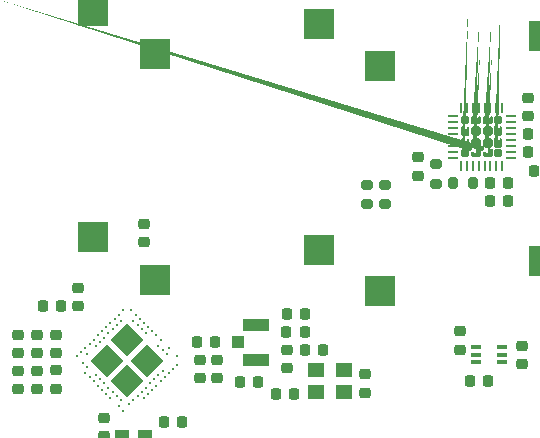
<source format=gbp>
%TF.GenerationSoftware,KiCad,Pcbnew,7.99.0-1450-gc37332bdb3*%
%TF.CreationDate,2023-08-19T19:03:46+01:00*%
%TF.ProjectId,benboard,62656e62-6f61-4726-942e-6b696361645f,rev?*%
%TF.SameCoordinates,Original*%
%TF.FileFunction,Paste,Bot*%
%TF.FilePolarity,Positive*%
%FSLAX46Y46*%
G04 Gerber Fmt 4.6, Leading zero omitted, Abs format (unit mm)*
G04 Created by KiCad (PCBNEW 7.99.0-1450-gc37332bdb3) date 2023-08-19 19:03:46*
%MOMM*%
%LPD*%
G01*
G04 APERTURE LIST*
G04 Aperture macros list*
%AMRoundRect*
0 Rectangle with rounded corners*
0 $1 Rounding radius*
0 $2 $3 $4 $5 $6 $7 $8 $9 X,Y pos of 4 corners*
0 Add a 4 corners polygon primitive as box body*
4,1,4,$2,$3,$4,$5,$6,$7,$8,$9,$2,$3,0*
0 Add four circle primitives for the rounded corners*
1,1,$1+$1,$2,$3*
1,1,$1+$1,$4,$5*
1,1,$1+$1,$6,$7*
1,1,$1+$1,$8,$9*
0 Add four rect primitives between the rounded corners*
20,1,$1+$1,$2,$3,$4,$5,0*
20,1,$1+$1,$4,$5,$6,$7,0*
20,1,$1+$1,$6,$7,$8,$9,0*
20,1,$1+$1,$8,$9,$2,$3,0*%
%AMRotRect*
0 Rectangle, with rotation*
0 The origin of the aperture is its center*
0 $1 length*
0 $2 width*
0 $3 Rotation angle, in degrees counterclockwise*
0 Add horizontal line*
21,1,$1,$2,0,0,$3*%
%AMFreePoly0*
4,1,48,0.243846,0.320419,0.247801,0.321117,0.251278,0.319109,0.263019,0.317039,0.281006,0.301945,0.301344,0.290204,0.304133,0.282540,0.310381,0.277298,0.314458,0.254171,0.322490,0.232106,0.322490,-0.157228,0.321515,-0.162753,0.322146,-0.165106,0.320465,-0.168710,0.317039,-0.188141,0.304356,-0.203256,0.296017,-0.221139,0.221139,-0.296017,0.216543,-0.299234,0.215326,-0.301344,
0.211587,-0.302704,0.195426,-0.314021,0.175771,-0.315740,0.157228,-0.322490,-0.232106,-0.322490,-0.243846,-0.320419,-0.247801,-0.321117,-0.251278,-0.319109,-0.263019,-0.317039,-0.281006,-0.301945,-0.301344,-0.290204,-0.304133,-0.282540,-0.310381,-0.277298,-0.314458,-0.254171,-0.322490,-0.232106,-0.322490,0.232106,-0.320419,0.243846,-0.321117,0.247801,-0.319109,0.251278,-0.317039,0.263019,
-0.301945,0.281006,-0.290204,0.301344,-0.282540,0.304133,-0.277298,0.310381,-0.254171,0.314458,-0.232106,0.322490,0.232106,0.322490,0.243846,0.320419,0.243846,0.320419,$1*%
%AMFreePoly1*
4,1,51,0.186967,0.402286,0.188965,0.402822,0.192026,0.401394,0.208508,0.398488,0.221329,0.387729,0.236504,0.380653,0.300030,0.317127,0.302759,0.313228,0.304550,0.312195,0.305704,0.309022,0.315305,0.295312,0.316763,0.278637,0.322490,0.262904,0.322490,-0.262904,0.321663,-0.267592,0.322198,-0.269588,0.320772,-0.272645,0.317865,-0.289131,0.307105,-0.301953,0.300030,-0.317127,
0.236504,-0.380653,0.232605,-0.383382,0.231572,-0.385173,0.228399,-0.386327,0.214688,-0.395928,0.198014,-0.397386,0.182281,-0.403113,-0.245807,-0.403113,-0.255768,-0.401356,-0.259123,-0.401948,-0.262073,-0.400244,-0.272034,-0.398488,-0.287292,-0.385684,-0.304550,-0.375721,-0.306917,-0.369217,-0.312216,-0.364771,-0.315675,-0.345154,-0.322490,-0.326430,-0.322490,0.326430,-0.320733,0.336391,
-0.321325,0.339746,-0.319621,0.342696,-0.317865,0.352657,-0.305061,0.367915,-0.295098,0.385173,-0.288594,0.387540,-0.284148,0.392839,-0.264531,0.396298,-0.245807,0.403113,0.182281,0.403113,0.186967,0.402286,0.186967,0.402286,$1*%
%AMFreePoly2*
4,1,48,0.162752,0.321515,0.165105,0.322146,0.168708,0.320465,0.188141,0.317039,0.203256,0.304355,0.221139,0.296017,0.296017,0.221139,0.299234,0.216543,0.301344,0.215326,0.302704,0.211587,0.314021,0.195426,0.315740,0.175771,0.322490,0.157228,0.322490,-0.232106,0.320419,-0.243846,0.321117,-0.247801,0.319109,-0.251278,0.317039,-0.263019,0.301945,-0.281006,0.290204,-0.301344,
0.282540,-0.304133,0.277298,-0.310381,0.254171,-0.314458,0.232106,-0.322490,-0.232106,-0.322490,-0.243846,-0.320419,-0.247801,-0.321117,-0.251278,-0.319109,-0.263019,-0.317039,-0.281006,-0.301945,-0.301344,-0.290204,-0.304133,-0.282540,-0.310381,-0.277298,-0.314458,-0.254171,-0.322490,-0.232106,-0.322490,0.232106,-0.320419,0.243846,-0.321117,0.247801,-0.319109,0.251278,-0.317039,0.263019,
-0.301945,0.281006,-0.290204,0.301344,-0.282540,0.304133,-0.277298,0.310381,-0.254171,0.314458,-0.232106,0.322490,0.157228,0.322490,0.162752,0.321515,0.162752,0.321515,$1*%
%AMFreePoly3*
4,1,51,0.336391,0.320733,0.339746,0.321325,0.342696,0.319621,0.352657,0.317865,0.367915,0.305061,0.385173,0.295098,0.387540,0.288594,0.392839,0.284148,0.396298,0.264531,0.403113,0.245807,0.403113,-0.182281,0.402286,-0.186969,0.402821,-0.188965,0.401395,-0.192022,0.398488,-0.208508,0.387728,-0.221330,0.380653,-0.236504,0.317127,-0.300030,0.313228,-0.302759,0.312195,-0.304550,
0.309022,-0.305704,0.295311,-0.315305,0.278637,-0.316763,0.262904,-0.322490,-0.262904,-0.322490,-0.267592,-0.321663,-0.269588,-0.322198,-0.272645,-0.320772,-0.289131,-0.317865,-0.301953,-0.307105,-0.317127,-0.300030,-0.380653,-0.236504,-0.383382,-0.232605,-0.385173,-0.231572,-0.386327,-0.228399,-0.395928,-0.214688,-0.397386,-0.198014,-0.403113,-0.182281,-0.403113,0.245807,-0.401356,0.255768,
-0.401948,0.259123,-0.400244,0.262073,-0.398488,0.272034,-0.385684,0.287292,-0.375721,0.304550,-0.369217,0.306917,-0.364771,0.312216,-0.345154,0.315675,-0.326430,0.322490,0.326430,0.322490,0.336391,0.320733,0.336391,0.320733,$1*%
%AMFreePoly4*
4,1,51,0.267590,0.321663,0.269588,0.322199,0.272649,0.320771,0.289131,0.317865,0.301952,0.307106,0.317127,0.300030,0.380653,0.236504,0.383382,0.232605,0.385173,0.231572,0.386327,0.228399,0.395928,0.214689,0.397386,0.198014,0.403113,0.182281,0.403113,-0.245807,0.401356,-0.255768,0.401948,-0.259123,0.400244,-0.262073,0.398488,-0.272034,0.385684,-0.287292,0.375721,-0.304550,
0.369217,-0.306917,0.364771,-0.312216,0.345154,-0.315675,0.326430,-0.322490,-0.326430,-0.322490,-0.336391,-0.320733,-0.339746,-0.321325,-0.342696,-0.319621,-0.352657,-0.317865,-0.367915,-0.305061,-0.385173,-0.295098,-0.387540,-0.288594,-0.392839,-0.284148,-0.396298,-0.264531,-0.403113,-0.245807,-0.403113,0.182281,-0.402286,0.186967,-0.402822,0.188965,-0.401394,0.192026,-0.398488,0.208508,
-0.387729,0.221329,-0.380653,0.236504,-0.317127,0.300030,-0.313228,0.302759,-0.312195,0.304550,-0.309022,0.305704,-0.295312,0.315305,-0.278637,0.316763,-0.262904,0.322490,0.262904,0.322490,0.267590,0.321663,0.267590,0.321663,$1*%
%AMFreePoly5*
4,1,48,0.243846,0.320419,0.247801,0.321117,0.251278,0.319109,0.263019,0.317039,0.281006,0.301945,0.301344,0.290204,0.304133,0.282540,0.310381,0.277298,0.314458,0.254171,0.322490,0.232106,0.322490,-0.232106,0.320419,-0.243846,0.321117,-0.247801,0.319109,-0.251278,0.317039,-0.263019,0.301945,-0.281006,0.290204,-0.301344,0.282540,-0.304133,0.277298,-0.310381,0.254171,-0.314458,
0.232106,-0.322490,-0.157228,-0.322490,-0.162753,-0.321515,-0.165106,-0.322146,-0.168710,-0.320465,-0.188141,-0.317039,-0.203256,-0.304356,-0.221139,-0.296017,-0.296017,-0.221139,-0.299234,-0.216543,-0.301344,-0.215326,-0.302704,-0.211587,-0.314021,-0.195426,-0.315740,-0.175771,-0.322490,-0.157228,-0.322490,0.232106,-0.320419,0.243846,-0.321117,0.247801,-0.319109,0.251278,-0.317039,0.263019,
-0.301945,0.281006,-0.290204,0.301344,-0.282540,0.304133,-0.277298,0.310381,-0.254171,0.314458,-0.232106,0.322490,0.232106,0.322490,0.243846,0.320419,0.243846,0.320419,$1*%
%AMFreePoly6*
4,1,51,0.255768,0.401356,0.259123,0.401948,0.262073,0.400244,0.272034,0.398488,0.287292,0.385684,0.304550,0.375721,0.306917,0.369217,0.312216,0.364771,0.315675,0.345154,0.322490,0.326430,0.322490,-0.326430,0.320733,-0.336391,0.321325,-0.339746,0.319621,-0.342696,0.317865,-0.352657,0.305061,-0.367915,0.295098,-0.385173,0.288594,-0.387540,0.284148,-0.392839,0.264531,-0.396298,
0.245807,-0.403113,-0.182281,-0.403113,-0.186969,-0.402286,-0.188965,-0.402821,-0.192022,-0.401395,-0.208508,-0.398488,-0.221330,-0.387728,-0.236504,-0.380653,-0.300030,-0.317127,-0.302759,-0.313228,-0.304550,-0.312195,-0.305704,-0.309022,-0.315305,-0.295311,-0.316763,-0.278637,-0.322490,-0.262904,-0.322490,0.262904,-0.321663,0.267590,-0.322199,0.269588,-0.320771,0.272649,-0.317865,0.289131,
-0.307106,0.301952,-0.300030,0.317127,-0.236504,0.380653,-0.232605,0.383382,-0.231572,0.385173,-0.228399,0.386327,-0.214689,0.395928,-0.198014,0.397386,-0.182281,0.403113,0.245807,0.403113,0.255768,0.401356,0.255768,0.401356,$1*%
%AMFreePoly7*
4,1,48,0.243846,0.320419,0.247801,0.321117,0.251278,0.319109,0.263019,0.317039,0.281006,0.301945,0.301344,0.290204,0.304133,0.282540,0.310381,0.277298,0.314458,0.254171,0.322490,0.232106,0.322490,-0.232106,0.320419,-0.243846,0.321117,-0.247801,0.319109,-0.251278,0.317039,-0.263019,0.301945,-0.281006,0.290204,-0.301344,0.282540,-0.304133,0.277298,-0.310381,0.254171,-0.314458,
0.232106,-0.322490,-0.232106,-0.322490,-0.243846,-0.320419,-0.247801,-0.321117,-0.251278,-0.319109,-0.263019,-0.317039,-0.281006,-0.301945,-0.301344,-0.290204,-0.304133,-0.282540,-0.310381,-0.277298,-0.314458,-0.254171,-0.322490,-0.232106,-0.322490,0.157228,-0.321515,0.162752,-0.322146,0.165105,-0.320465,0.168708,-0.317039,0.188141,-0.304355,0.203256,-0.296017,0.221139,-0.221139,0.296017,
-0.216543,0.299234,-0.215326,0.301344,-0.211587,0.302704,-0.195426,0.314021,-0.175771,0.315740,-0.157228,0.322490,0.232106,0.322490,0.243846,0.320419,0.243846,0.320419,$1*%
G04 Aperture macros list end*
%ADD10R,2.550000X2.500000*%
%ADD11RotRect,2.550000X2.500000X164.000000*%
%ADD12RotRect,2.550000X2.500000X172.000000*%
%ADD13RoundRect,0.225000X-0.250000X0.225000X-0.250000X-0.225000X0.250000X-0.225000X0.250000X0.225000X0*%
%ADD14RoundRect,0.225000X-0.225000X-0.250000X0.225000X-0.250000X0.225000X0.250000X-0.225000X0.250000X0*%
%ADD15RoundRect,0.225000X0.225000X0.250000X-0.225000X0.250000X-0.225000X-0.250000X0.225000X-0.250000X0*%
%ADD16RoundRect,0.225000X0.250000X-0.225000X0.250000X0.225000X-0.250000X0.225000X-0.250000X-0.225000X0*%
%ADD17RotRect,0.280000X1.250000X335.013000*%
%ADD18RotRect,1.800000X2.000000X335.013000*%
%ADD19RoundRect,0.218750X0.218750X0.256250X-0.218750X0.256250X-0.218750X-0.256250X0.218750X-0.256250X0*%
%ADD20R,0.900000X0.400000*%
%ADD21RoundRect,0.200000X0.275000X-0.200000X0.275000X0.200000X-0.275000X0.200000X-0.275000X-0.200000X0*%
%ADD22RoundRect,0.218750X-0.256250X0.218750X-0.256250X-0.218750X0.256250X-0.218750X0.256250X0.218750X0*%
%ADD23R,0.600000X1.240000*%
%ADD24R,0.300000X1.240000*%
%ADD25R,1.200000X1.400000*%
%ADD26R,0.700000X1.000000*%
%ADD27R,0.700000X0.600000*%
%ADD28R,1.400000X1.200000*%
%ADD29R,1.050000X1.000000*%
%ADD30R,2.200000X1.050000*%
%ADD31RoundRect,0.218750X-0.218750X-0.256250X0.218750X-0.256250X0.218750X0.256250X-0.218750X0.256250X0*%
%ADD32FreePoly0,180.000000*%
%ADD33FreePoly1,180.000000*%
%ADD34FreePoly2,180.000000*%
%ADD35FreePoly3,180.000000*%
%ADD36RoundRect,0.201557X0.201556X0.201556X-0.201556X0.201556X-0.201556X-0.201556X0.201556X-0.201556X0*%
%ADD37FreePoly4,180.000000*%
%ADD38FreePoly5,180.000000*%
%ADD39FreePoly6,180.000000*%
%ADD40FreePoly7,180.000000*%
%ADD41RoundRect,0.062500X0.337500X0.062500X-0.337500X0.062500X-0.337500X-0.062500X0.337500X-0.062500X0*%
%ADD42RoundRect,0.062500X0.062500X0.337500X-0.062500X0.337500X-0.062500X-0.337500X0.062500X-0.337500X0*%
%ADD43RoundRect,0.200000X-0.275000X0.200000X-0.275000X-0.200000X0.275000X-0.200000X0.275000X0.200000X0*%
%ADD44RotRect,2.000000X2.000000X225.000000*%
%ADD45C,0.250000*%
%ADD46RoundRect,0.200000X0.200000X0.275000X-0.200000X0.275000X-0.200000X-0.275000X0.200000X-0.275000X0*%
G04 APERTURE END LIST*
D10*
%TO.C,SW16*%
X161831483Y-60044220D03*
X175681483Y-57504220D03*
%TD*%
%TO.C,SW6*%
X85510000Y-101680000D03*
X99360000Y-99140000D03*
%TD*%
%TO.C,SW8*%
X104628494Y-79264805D03*
X118478494Y-76724805D03*
%TD*%
%TO.C,SW5*%
X85509895Y-82621207D03*
X99359895Y-80081207D03*
%TD*%
%TO.C,SW18*%
X161826830Y-98194347D03*
X175676830Y-95654347D03*
%TD*%
%TO.C,SW10*%
X123699237Y-57970911D03*
X137549237Y-55430911D03*
%TD*%
%TO.C,SW4*%
X85514653Y-63529873D03*
X99364653Y-60989873D03*
%TD*%
%TO.C,SW14*%
X142767663Y-78180569D03*
X156617663Y-75640569D03*
%TD*%
%TO.C,SW9*%
X104628599Y-98323598D03*
X118478599Y-95783598D03*
%TD*%
%TO.C,SW7*%
X104633252Y-60173471D03*
X118483252Y-57633471D03*
%TD*%
%TO.C,SW11*%
X123700000Y-77062245D03*
X137550000Y-74522245D03*
%TD*%
%TO.C,SW19*%
X142745000Y-118480000D03*
X156595000Y-115940000D03*
%TD*%
%TO.C,SW2*%
X66475000Y-87080000D03*
X80325000Y-84540000D03*
%TD*%
%TO.C,SW15*%
X142767731Y-97231836D03*
X156617731Y-94691836D03*
%TD*%
D11*
%TO.C,SW21*%
X182553425Y-122349449D03*
X196567019Y-123725422D03*
%TD*%
D10*
%TO.C,SW1*%
X66465000Y-67940000D03*
X80315000Y-65400000D03*
%TD*%
D12*
%TO.C,SW20*%
X162864214Y-118955163D03*
X176932927Y-118367430D03*
%TD*%
D10*
%TO.C,SW3*%
X66430000Y-106140000D03*
X80280000Y-103600000D03*
%TD*%
%TO.C,SW12*%
X123694584Y-96121038D03*
X137544584Y-93581038D03*
%TD*%
%TO.C,SW13*%
X142772421Y-59089235D03*
X156622421Y-56549235D03*
%TD*%
%TO.C,SW17*%
X161826725Y-79135554D03*
X175676725Y-76595554D03*
%TD*%
D13*
%TO.C,C21*%
X146530000Y-84935000D03*
X146530000Y-86485000D03*
%TD*%
D14*
%TO.C,C26*%
X171095000Y-69960000D03*
X172645000Y-69960000D03*
%TD*%
D15*
%TO.C,C19*%
X170975000Y-86700000D03*
X169425000Y-86700000D03*
%TD*%
D16*
%TO.C,C10*%
X132800000Y-84375000D03*
X132800000Y-82825000D03*
%TD*%
D13*
%TO.C,C1*%
X136270000Y-78835000D03*
X136270000Y-80385000D03*
%TD*%
D17*
%TO.C,J2*%
X179526513Y-109905616D03*
X179979715Y-110116822D03*
X180432917Y-110328029D03*
X180886119Y-110539235D03*
X181339320Y-110750441D03*
X181792522Y-110961647D03*
X182245724Y-111172854D03*
X182698926Y-111384060D03*
X183152128Y-111595266D03*
X183605329Y-111806473D03*
X184058531Y-112017679D03*
X184511733Y-112228885D03*
D18*
X187293912Y-110520184D03*
X179045638Y-106676230D03*
%TD*%
D19*
%TO.C,L7*%
X175907500Y-67370000D03*
X174332500Y-67370000D03*
%TD*%
D14*
%TO.C,C2*%
X171085000Y-71510000D03*
X172635000Y-71510000D03*
%TD*%
D16*
%TO.C,C20*%
X174370000Y-64335000D03*
X174370000Y-62785000D03*
%TD*%
D14*
%TO.C,C7*%
X149925000Y-86800000D03*
X151475000Y-86800000D03*
%TD*%
D19*
%TO.C,L6*%
X175907500Y-65840000D03*
X174332500Y-65840000D03*
%TD*%
D14*
%TO.C,C16*%
X153015000Y-87800000D03*
X154565000Y-87800000D03*
%TD*%
D20*
%TO.C,U2*%
X172160000Y-83850000D03*
X172160000Y-84500000D03*
X172160000Y-85150000D03*
X169960000Y-85150000D03*
X169960000Y-84500000D03*
X169960000Y-83850000D03*
%TD*%
D16*
%TO.C,C22*%
X139886827Y-97301166D03*
X139886827Y-95751166D03*
%TD*%
D21*
%TO.C,R4*%
X162230000Y-71775000D03*
X162230000Y-70125000D03*
%TD*%
D22*
%TO.C,L5*%
X168590000Y-82502500D03*
X168590000Y-84077500D03*
%TD*%
D13*
%TO.C,C14*%
X148040000Y-84935000D03*
X148040000Y-86485000D03*
%TD*%
D15*
%TO.C,C5*%
X134785000Y-80420000D03*
X133235000Y-80420000D03*
%TD*%
D13*
%TO.C,C24*%
X164380000Y-47455000D03*
X164380000Y-49005000D03*
%TD*%
D15*
%TO.C,C25*%
X176395000Y-68950000D03*
X174845000Y-68950000D03*
%TD*%
D13*
%TO.C,C11*%
X134400000Y-85825000D03*
X134400000Y-87375000D03*
%TD*%
%TO.C,C27*%
X165030000Y-67795000D03*
X165030000Y-69345000D03*
%TD*%
%TO.C,C12*%
X131200000Y-85850000D03*
X131200000Y-87400000D03*
%TD*%
D23*
%TO.C,J1*%
X169280000Y-49590000D03*
X170080000Y-49590000D03*
D24*
X171230000Y-49590000D03*
X172230000Y-49590000D03*
X172730000Y-49590000D03*
X173730000Y-49590000D03*
D23*
X174880000Y-49590000D03*
X175680000Y-49590000D03*
X175680000Y-49590000D03*
X174880000Y-49590000D03*
D24*
X174230000Y-49590000D03*
X173230000Y-49590000D03*
X171730000Y-49590000D03*
X170730000Y-49590000D03*
D23*
X170080000Y-49590000D03*
X169280000Y-49590000D03*
%TD*%
D25*
%TO.C,Y2*%
X139989279Y-93969402D03*
X139989279Y-91569402D03*
X141889279Y-91569402D03*
X141889279Y-93969402D03*
%TD*%
D26*
%TO.C,D4*%
X162300000Y-47910000D03*
D27*
X162300000Y-49610000D03*
X160300000Y-49610000D03*
X160300000Y-47710000D03*
%TD*%
D28*
%TO.C,Y1*%
X156370000Y-85780000D03*
X158770000Y-85780000D03*
X158770000Y-87680000D03*
X156370000Y-87680000D03*
%TD*%
D29*
%TO.C,J5*%
X149780000Y-83470000D03*
D30*
X151305000Y-81995000D03*
X151305000Y-84945000D03*
%TD*%
D16*
%TO.C,C8*%
X141800000Y-74975000D03*
X141800000Y-73425000D03*
%TD*%
D31*
%TO.C,L2*%
X153882500Y-82610000D03*
X155457500Y-82610000D03*
%TD*%
D19*
%TO.C,L4*%
X147847500Y-83440000D03*
X146272500Y-83440000D03*
%TD*%
D13*
%TO.C,C3*%
X153950000Y-84115000D03*
X153950000Y-85665000D03*
%TD*%
%TO.C,C13*%
X132800000Y-85850000D03*
X132800000Y-87400000D03*
%TD*%
%TO.C,C6*%
X138400000Y-89825000D03*
X138400000Y-91375000D03*
%TD*%
D14*
%TO.C,C4*%
X155435000Y-84140000D03*
X156985000Y-84140000D03*
%TD*%
D22*
%TO.C,L3*%
X134400000Y-82812500D03*
X134400000Y-84387500D03*
%TD*%
D13*
%TO.C,C15*%
X165950000Y-47425000D03*
X165950000Y-48975000D03*
%TD*%
D21*
%TO.C,R3*%
X160700000Y-71765000D03*
X160700000Y-70115000D03*
%TD*%
D32*
%TO.C,U3*%
X171810000Y-67470000D03*
D33*
X171810000Y-66570000D03*
X171810000Y-65570000D03*
D34*
X171810000Y-64670000D03*
D35*
X170910000Y-67470000D03*
D36*
X170910000Y-66570000D03*
X170910000Y-65570000D03*
D37*
X170910000Y-64670000D03*
D35*
X169910000Y-67470000D03*
D36*
X169910000Y-66570000D03*
X169910000Y-65570000D03*
D37*
X169910000Y-64670000D03*
D38*
X169010000Y-67470000D03*
D39*
X169010000Y-66570000D03*
X169010000Y-65570000D03*
D40*
X169010000Y-64670000D03*
D41*
X172860000Y-64320000D03*
X172860000Y-64820000D03*
X172860000Y-65320000D03*
X172860000Y-65820000D03*
X172860000Y-66320000D03*
X172860000Y-66820000D03*
X172860000Y-67320000D03*
X172860000Y-67820000D03*
D42*
X172160000Y-68520000D03*
X171660000Y-68520000D03*
X171160000Y-68520000D03*
X170660000Y-68520000D03*
X170160000Y-68520000D03*
X169660000Y-68520000D03*
X169160000Y-68520000D03*
X168660000Y-68520000D03*
D41*
X167960000Y-67820000D03*
X167960000Y-67320000D03*
X167960000Y-66820000D03*
X167960000Y-66320000D03*
X167960000Y-65820000D03*
X167960000Y-65320000D03*
X167960000Y-64820000D03*
X167960000Y-64320000D03*
D42*
X168660000Y-63620000D03*
X169160000Y-63620000D03*
X169660000Y-63620000D03*
X170160000Y-63620000D03*
X170660000Y-63620000D03*
X171160000Y-63620000D03*
X171660000Y-63620000D03*
X172160000Y-63620000D03*
%TD*%
D19*
%TO.C,L1*%
X155467500Y-81100000D03*
X153892500Y-81100000D03*
%TD*%
D13*
%TO.C,C17*%
X160552588Y-86171191D03*
X160552588Y-87721191D03*
%TD*%
D43*
%TO.C,R1*%
X166520000Y-68365000D03*
X166520000Y-70015000D03*
%TD*%
D44*
%TO.C,U1*%
X138685266Y-85000000D03*
X140400000Y-86714734D03*
X140400000Y-83285266D03*
X142114734Y-85000000D03*
D45*
X141814214Y-88181981D03*
X142167767Y-87828427D03*
X142521320Y-87474874D03*
X142874874Y-87121320D03*
X143228427Y-86767767D03*
X143581981Y-86414214D03*
X143935534Y-86060660D03*
X144289087Y-85707107D03*
X144642641Y-85353553D03*
X141107107Y-81110913D03*
X136687689Y-85176777D03*
X137041243Y-84469670D03*
X137748350Y-83762563D03*
X138101903Y-83409010D03*
X138455456Y-83055456D03*
X138809010Y-82701903D03*
X139162563Y-82348350D03*
X139516117Y-81994796D03*
X139869670Y-81641243D03*
X140753553Y-80757359D03*
X136157359Y-84646447D03*
X136510913Y-84292893D03*
X136864466Y-83939340D03*
X137218019Y-83585786D03*
X137571573Y-83232233D03*
X137925126Y-82878680D03*
X138278680Y-82525126D03*
X138632233Y-82171573D03*
X138985786Y-81818019D03*
X139339340Y-81464466D03*
X139692893Y-81110913D03*
X140046447Y-80757359D03*
X140046447Y-89242641D03*
X140576777Y-88712311D03*
X140930330Y-88358757D03*
X141283883Y-88005204D03*
X141637437Y-87651650D03*
X141990990Y-87298097D03*
X142344544Y-86944544D03*
X142698097Y-86590990D03*
X143051650Y-86237437D03*
X143405204Y-85883883D03*
X144642641Y-84646447D03*
X139692893Y-88889087D03*
X139869670Y-88358757D03*
X143758757Y-84469670D03*
X143935534Y-83939340D03*
X139516117Y-88005204D03*
X143405204Y-84116117D03*
X138985786Y-88181981D03*
X139162563Y-87651650D03*
X143051650Y-83762563D03*
X138632233Y-87828427D03*
X143228427Y-83232233D03*
X138809010Y-87298097D03*
X138278680Y-87474874D03*
X142874874Y-82878680D03*
X138455456Y-86944544D03*
X137925126Y-87121320D03*
X142521320Y-82525126D03*
X138101903Y-86590990D03*
X141990990Y-82701903D03*
X137571573Y-86767767D03*
X142167767Y-82171573D03*
X137748350Y-86237437D03*
X141637437Y-82348350D03*
X137218019Y-86414214D03*
X141814214Y-81818019D03*
X141283883Y-81994796D03*
X136864466Y-86060660D03*
X141460660Y-81464466D03*
X137041243Y-85530330D03*
X140930330Y-81641243D03*
%TD*%
D16*
%TO.C,C9*%
X131200000Y-84400000D03*
X131200000Y-82850000D03*
%TD*%
D15*
%TO.C,C23*%
X145077408Y-90200000D03*
X143527408Y-90200000D03*
%TD*%
D46*
%TO.C,R2*%
X169665000Y-69960000D03*
X168015000Y-69960000D03*
%TD*%
D13*
%TO.C,C18*%
X173840000Y-83745000D03*
X173840000Y-85295000D03*
%TD*%
M02*

</source>
